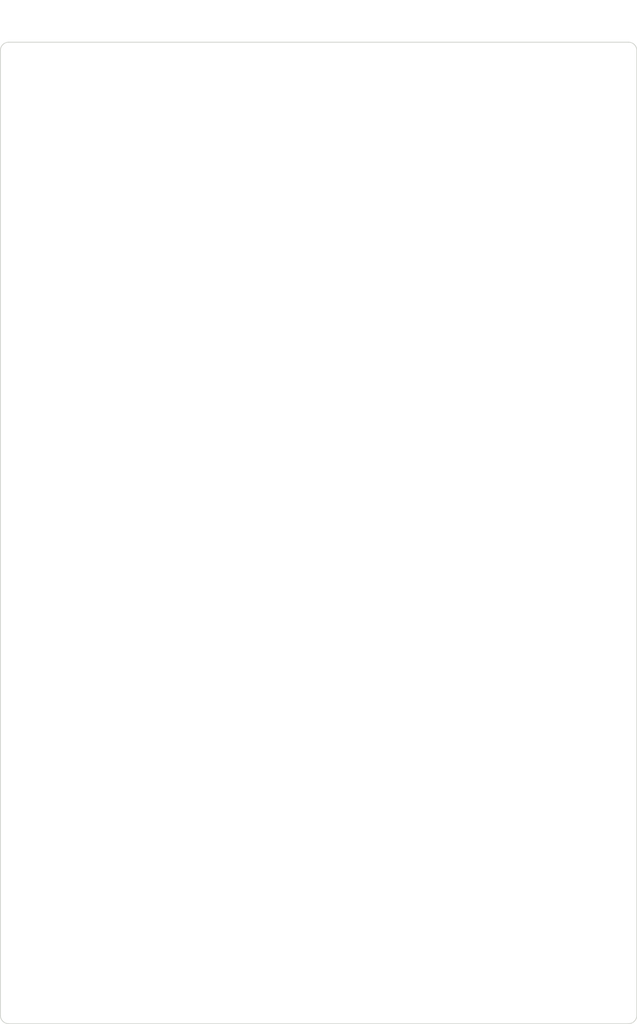
<source format=kicad_pcb>
(kicad_pcb (version 20171130) (host pcbnew "(5.1.6)-1")

  (general
    (thickness 1.6)
    (drawings 8)
    (tracks 0)
    (zones 0)
    (modules 7)
    (nets 1)
  )

  (page A4)
  (layers
    (0 F.Cu signal)
    (31 B.Cu signal)
    (32 B.Adhes user)
    (33 F.Adhes user)
    (34 B.Paste user)
    (35 F.Paste user)
    (36 B.SilkS user)
    (37 F.SilkS user)
    (38 B.Mask user)
    (39 F.Mask user)
    (40 Dwgs.User user)
    (41 Cmts.User user)
    (42 Eco1.User user)
    (43 Eco2.User user)
    (44 Edge.Cuts user)
    (45 Margin user)
    (46 B.CrtYd user)
    (47 F.CrtYd user)
    (48 B.Fab user)
    (49 F.Fab user)
  )

  (setup
    (last_trace_width 0.25)
    (user_trace_width 0.5)
    (user_trace_width 0.6)
    (user_trace_width 1.7526)
    (trace_clearance 0.2)
    (zone_clearance 0.508)
    (zone_45_only no)
    (trace_min 0.2)
    (via_size 0.7)
    (via_drill 0.35)
    (via_min_size 0.4)
    (via_min_drill 0.3)
    (uvia_size 0.3)
    (uvia_drill 0.1)
    (uvias_allowed no)
    (uvia_min_size 0.2)
    (uvia_min_drill 0.1)
    (edge_width 0.01)
    (segment_width 0.2)
    (pcb_text_width 0.3)
    (pcb_text_size 1.5 1.5)
    (mod_edge_width 0.12)
    (mod_text_size 1 1)
    (mod_text_width 0.15)
    (pad_size 3.9878 3.9878)
    (pad_drill 3.9878)
    (pad_to_mask_clearance 0.051)
    (solder_mask_min_width 0.25)
    (aux_axis_origin 0 0)
    (visible_elements 7FFFF7FF)
    (pcbplotparams
      (layerselection 0x010fc_ffffffff)
      (usegerberextensions false)
      (usegerberattributes false)
      (usegerberadvancedattributes false)
      (creategerberjobfile false)
      (excludeedgelayer true)
      (linewidth 0.100000)
      (plotframeref false)
      (viasonmask false)
      (mode 1)
      (useauxorigin false)
      (hpglpennumber 1)
      (hpglpenspeed 20)
      (hpglpendiameter 15.000000)
      (psnegative false)
      (psa4output false)
      (plotreference true)
      (plotvalue true)
      (plotinvisibletext false)
      (padsonsilk false)
      (subtractmaskfromsilk false)
      (outputformat 1)
      (mirror false)
      (drillshape 0)
      (scaleselection 1)
      (outputdirectory "HamiV1.1-Gerbers_Base/"))
  )

  (net 0 "")

  (net_class Default "This is the default net class."
    (clearance 0.2)
    (trace_width 0.25)
    (via_dia 0.7)
    (via_drill 0.35)
    (uvia_dia 0.3)
    (uvia_drill 0.1)
  )

  (net_class Data ""
    (clearance 0.2)
    (trace_width 0.25)
    (via_dia 0.7)
    (via_drill 0.35)
    (uvia_dia 0.3)
    (uvia_drill 0.1)
  )

  (net_class Power ""
    (clearance 0.2)
    (trace_width 0.5)
    (via_dia 0.7)
    (via_drill 0.35)
    (uvia_dia 0.3)
    (uvia_drill 0.1)
  )

  (net_class Thing ""
    (clearance 0.2)
    (trace_width 0.6)
    (via_dia 0.7)
    (via_drill 0.35)
    (uvia_dia 0.3)
    (uvia_drill 0.1)
  )

  (module MountingHole:MountingHole_2.2mm_M2 (layer F.Cu) (tedit 56D1B4CB) (tstamp 5F944869)
    (at 145.742902 34.221797 270)
    (descr "Mounting Hole 2.2mm, no annular, M2")
    (tags "mounting hole 2.2mm no annular m2")
    (attr virtual)
    (fp_text reference REF** (at 0 -3.2 90) (layer F.SilkS) hide
      (effects (font (size 1 1) (thickness 0.15)))
    )
    (fp_text value MountingHole_2.2mm_M2 (at 0 3.2 90) (layer F.Fab)
      (effects (font (size 1 1) (thickness 0.15)))
    )
    (fp_text user %R (at 0.3 0 90) (layer F.Fab)
      (effects (font (size 1 1) (thickness 0.15)))
    )
    (fp_circle (center 0 0) (end 2.2 0) (layer Cmts.User) (width 0.15))
    (fp_circle (center 0 0) (end 2.45 0) (layer F.CrtYd) (width 0.05))
    (pad 1 np_thru_hole circle (at 0 0 270) (size 2.2 2.2) (drill 2.2) (layers *.Cu *.Mask))
  )

  (module MountingHole:MountingHole_2.2mm_M2 (layer F.Cu) (tedit 56D1B4CB) (tstamp 5F944862)
    (at 145.742902 50.221797 270)
    (descr "Mounting Hole 2.2mm, no annular, M2")
    (tags "mounting hole 2.2mm no annular m2")
    (attr virtual)
    (fp_text reference REF** (at 0 -3.2 90) (layer F.SilkS) hide
      (effects (font (size 1 1) (thickness 0.15)))
    )
    (fp_text value MountingHole_2.2mm_M2 (at 0 3.2 90) (layer F.Fab)
      (effects (font (size 1 1) (thickness 0.15)))
    )
    (fp_text user %R (at 0.3 0 90) (layer F.Fab)
      (effects (font (size 1 1) (thickness 0.15)))
    )
    (fp_circle (center 0 0) (end 2.2 0) (layer Cmts.User) (width 0.15))
    (fp_circle (center 0 0) (end 2.45 0) (layer F.CrtYd) (width 0.05))
    (pad 1 np_thru_hole circle (at 0 0 270) (size 2.2 2.2) (drill 2.2) (layers *.Cu *.Mask))
  )

  (module MountingHole:MountingHole_2.2mm_M2 (layer F.Cu) (tedit 56D1B4CB) (tstamp 5F94A25B)
    (at 165.1 130.175)
    (descr "Mounting Hole 2.2mm, no annular, M2")
    (tags "mounting hole 2.2mm no annular m2")
    (path /5E8D7F6B)
    (attr virtual)
    (fp_text reference H3 (at 0 -3.2) (layer F.SilkS) hide
      (effects (font (size 1 1) (thickness 0.15)))
    )
    (fp_text value MountingHole (at 0 3.2) (layer F.Fab)
      (effects (font (size 1 1) (thickness 0.15)))
    )
    (fp_circle (center 0 0) (end 2.45 0) (layer F.CrtYd) (width 0.05))
    (fp_circle (center 0 0) (end 2.2 0) (layer Cmts.User) (width 0.15))
    (fp_text user %R (at 0.3 0) (layer F.Fab)
      (effects (font (size 1 1) (thickness 0.15)))
    )
    (pad 1 np_thru_hole circle (at 0 0) (size 2.2 2.2) (drill 2.2) (layers *.Cu *.Mask))
  )

  (module MountingHole:MountingHole_2.2mm_M2 (layer F.Cu) (tedit 56D1B4CB) (tstamp 5DC2C48A)
    (at 127 73.025)
    (descr "Mounting Hole 2.2mm, no annular, M2")
    (tags "mounting hole 2.2mm no annular m2")
    (path /5E8D7F77)
    (attr virtual)
    (fp_text reference H1 (at 0 -3.2) (layer F.SilkS) hide
      (effects (font (size 1 1) (thickness 0.15)))
    )
    (fp_text value MountingHole (at 0 3.2) (layer F.Fab)
      (effects (font (size 1 1) (thickness 0.15)))
    )
    (fp_circle (center 0 0) (end 2.45 0) (layer F.CrtYd) (width 0.05))
    (fp_circle (center 0 0) (end 2.2 0) (layer Cmts.User) (width 0.15))
    (fp_text user %R (at 0.3 0) (layer F.Fab)
      (effects (font (size 1 1) (thickness 0.15)))
    )
    (pad 1 np_thru_hole circle (at 0 0) (size 2.2 2.2) (drill 2.2) (layers *.Cu *.Mask))
  )

  (module MountingHole:MountingHole_2.2mm_M2 (layer F.Cu) (tedit 56D1B4CB) (tstamp 5F609FD8)
    (at 165.1 73.025)
    (descr "Mounting Hole 2.2mm, no annular, M2")
    (tags "mounting hole 2.2mm no annular m2")
    (path /5E8D7F71)
    (attr virtual)
    (fp_text reference H2 (at 0 -3.2) (layer F.SilkS) hide
      (effects (font (size 1 1) (thickness 0.15)))
    )
    (fp_text value MountingHole (at 0 3.2) (layer F.Fab)
      (effects (font (size 1 1) (thickness 0.15)))
    )
    (fp_circle (center 0 0) (end 2.45 0) (layer F.CrtYd) (width 0.05))
    (fp_circle (center 0 0) (end 2.2 0) (layer Cmts.User) (width 0.15))
    (fp_text user %R (at 0.3 0) (layer F.Fab)
      (effects (font (size 1 1) (thickness 0.15)))
    )
    (pad 1 np_thru_hole circle (at 0 0) (size 2.2 2.2) (drill 2.2) (layers *.Cu *.Mask))
  )

  (module MountingHole:MountingHole_2.2mm_M2 (layer F.Cu) (tedit 56D1B4CB) (tstamp 5DC2C4A2)
    (at 127 130.175)
    (descr "Mounting Hole 2.2mm, no annular, M2")
    (tags "mounting hole 2.2mm no annular m2")
    (path /5E19BF75)
    (attr virtual)
    (fp_text reference H4 (at 0 -3.2) (layer F.SilkS) hide
      (effects (font (size 1 1) (thickness 0.15)))
    )
    (fp_text value MountingHole (at 0 3.2) (layer F.Fab)
      (effects (font (size 1 1) (thickness 0.15)))
    )
    (fp_circle (center 0 0) (end 2.45 0) (layer F.CrtYd) (width 0.05))
    (fp_circle (center 0 0) (end 2.2 0) (layer Cmts.User) (width 0.15))
    (fp_text user %R (at 0.3 0) (layer F.Fab)
      (effects (font (size 1 1) (thickness 0.15)))
    )
    (pad 1 np_thru_hole circle (at 0 0) (size 2.2 2.2) (drill 2.2) (layers *.Cu *.Mask))
  )

  (module MountingHole:MountingHole_2.2mm_M2 (layer F.Cu) (tedit 56D1B4CB) (tstamp 5DC2C49A)
    (at 165.1 130.175)
    (descr "Mounting Hole 2.2mm, no annular, M2")
    (tags "mounting hole 2.2mm no annular m2")
    (path /5E8D7F6B)
    (attr virtual)
    (fp_text reference H3 (at 0 -3.2) (layer F.SilkS) hide
      (effects (font (size 1 1) (thickness 0.15)))
    )
    (fp_text value MountingHole (at 0 3.2) (layer F.Fab)
      (effects (font (size 1 1) (thickness 0.15)))
    )
    (fp_circle (center 0 0) (end 2.45 0) (layer F.CrtYd) (width 0.05))
    (fp_circle (center 0 0) (end 2.2 0) (layer Cmts.User) (width 0.15))
    (fp_text user %R (at 0.3 0) (layer F.Fab)
      (effects (font (size 1 1) (thickness 0.15)))
    )
    (pad 1 np_thru_hole circle (at 0 0) (size 2.2 2.2) (drill 2.2) (layers *.Cu *.Mask))
  )

  (gr_arc (start 108.9 30.875) (end 108.9 29.875) (angle -90) (layer Edge.Cuts) (width 0.1) (tstamp 5F94BABF))
  (gr_arc (start 184.42 30.875) (end 185.42 30.875) (angle -90) (layer Edge.Cuts) (width 0.1) (tstamp 5F94BABE))
  (gr_arc (start 184.42 148.275) (end 184.42 149.275) (angle -90) (layer Edge.Cuts) (width 0.1) (tstamp 5F94BAB8))
  (gr_line (start 108.9 29.875) (end 184.42 29.875) (layer Edge.Cuts) (width 0.1) (tstamp 5F94BAB7))
  (gr_arc (start 108.9 148.275) (end 107.9 148.275) (angle -90) (layer Edge.Cuts) (width 0.1) (tstamp 5F94BAB6))
  (gr_line (start 107.9 30.875) (end 107.9 148.275) (layer Edge.Cuts) (width 0.1) (tstamp 5F94BAB5))
  (gr_line (start 185.42 148.275) (end 185.42 30.875) (layer Edge.Cuts) (width 0.1) (tstamp 5F94BAB4))
  (gr_line (start 108.9 149.275) (end 184.42 149.275) (layer Edge.Cuts) (width 0.1) (tstamp 5F94BAB3))

)

</source>
